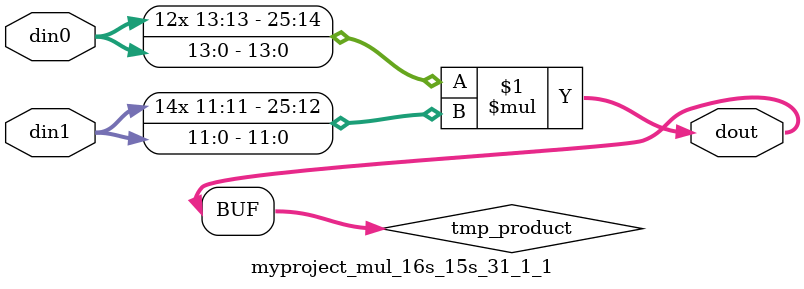
<source format=v>

`timescale 1 ns / 1 ps

  module myproject_mul_16s_15s_31_1_1(din0, din1, dout);
parameter ID = 1;
parameter NUM_STAGE = 0;
parameter din0_WIDTH = 14;
parameter din1_WIDTH = 12;
parameter dout_WIDTH = 26;

input [din0_WIDTH - 1 : 0] din0; 
input [din1_WIDTH - 1 : 0] din1; 
output [dout_WIDTH - 1 : 0] dout;

wire signed [dout_WIDTH - 1 : 0] tmp_product;













assign tmp_product = $signed(din0) * $signed(din1);








assign dout = tmp_product;







endmodule

</source>
